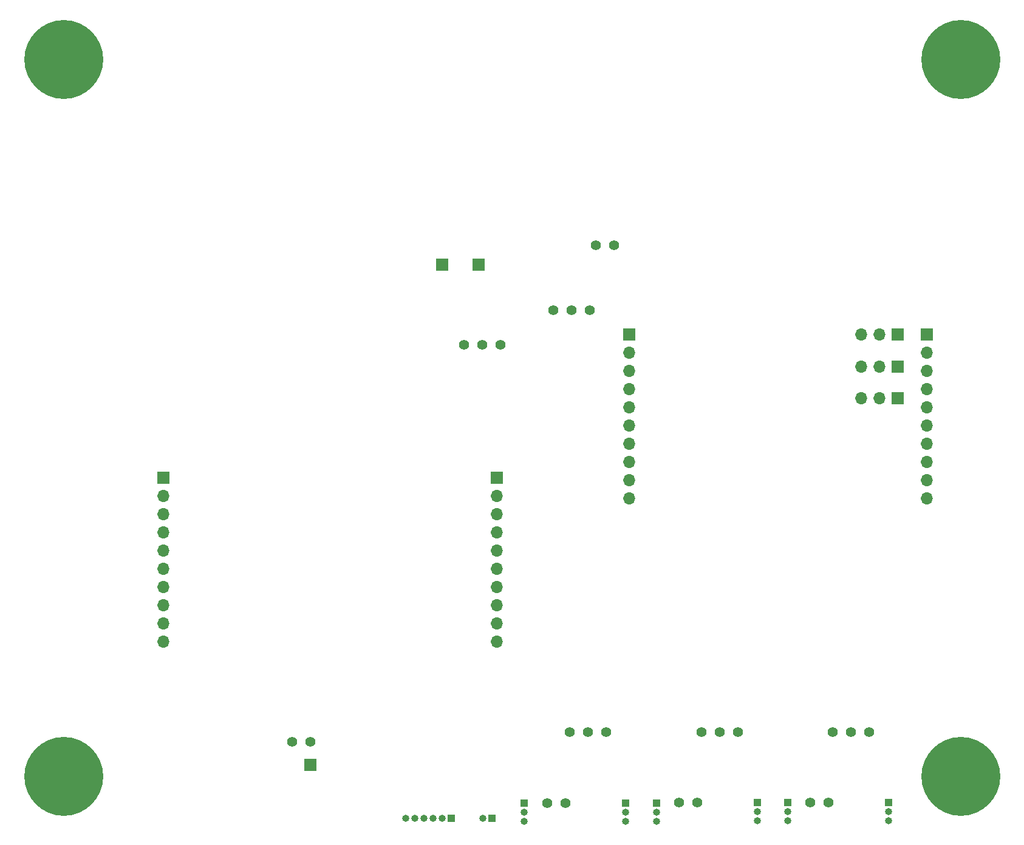
<source format=gbr>
%TF.GenerationSoftware,KiCad,Pcbnew,(5.1.10)-1*%
%TF.CreationDate,2023-07-09T15:29:34-05:00*%
%TF.ProjectId,multiplexer cell tester,6d756c74-6970-46c6-9578-65722063656c,A*%
%TF.SameCoordinates,Original*%
%TF.FileFunction,Soldermask,Bot*%
%TF.FilePolarity,Negative*%
%FSLAX46Y46*%
G04 Gerber Fmt 4.6, Leading zero omitted, Abs format (unit mm)*
G04 Created by KiCad (PCBNEW (5.1.10)-1) date 2023-07-09 15:29:34*
%MOMM*%
%LPD*%
G01*
G04 APERTURE LIST*
%ADD10C,11.000000*%
%ADD11C,1.400000*%
%ADD12R,1.700000X1.700000*%
%ADD13O,1.000000X1.000000*%
%ADD14R,1.000000X1.000000*%
%ADD15O,1.700000X1.700000*%
G04 APERTURE END LIST*
D10*
%TO.C,REF\u002A\u002A*%
X86360000Y-42240000D03*
%TD*%
%TO.C,REF\u002A\u002A*%
X211360000Y-42240000D03*
%TD*%
%TO.C,REF\u002A\u002A*%
X211360000Y-142240000D03*
%TD*%
%TO.C,REF\u002A\u002A*%
X86360000Y-142240000D03*
%TD*%
D11*
%TO.C,TP17*%
X144665700Y-82092800D03*
X147205700Y-82092800D03*
%TD*%
%TO.C,TP16*%
X144665700Y-82092800D03*
X142125700Y-82092800D03*
%TD*%
%TO.C,TP15*%
X120713500Y-137477500D03*
X118173500Y-137477500D03*
%TD*%
D12*
%TO.C,J17*%
X120713500Y-140652500D03*
%TD*%
D11*
%TO.C,TP14*%
X156897100Y-136107100D03*
X159437100Y-136107100D03*
%TD*%
%TO.C,TP13*%
X161977100Y-136107100D03*
X159437100Y-136107100D03*
%TD*%
%TO.C,TP12*%
X175274900Y-136107400D03*
X177814900Y-136107400D03*
%TD*%
%TO.C,TP11*%
X180354900Y-136107400D03*
X177814900Y-136107400D03*
%TD*%
%TO.C,TP10*%
X193514100Y-136053600D03*
X196054100Y-136053600D03*
%TD*%
%TO.C,TP9*%
X198594100Y-136053600D03*
X196054100Y-136053600D03*
%TD*%
%TO.C,TP8*%
X156273500Y-145986500D03*
X153733500Y-145986500D03*
%TD*%
%TO.C,TP7*%
X174688500Y-145923000D03*
X172148500Y-145923000D03*
%TD*%
%TO.C,TP6*%
X192976500Y-145923000D03*
X190436500Y-145923000D03*
%TD*%
%TO.C,TP5*%
X159702500Y-77216000D03*
X157162500Y-77216000D03*
%TD*%
%TO.C,TP4*%
X154622500Y-77216000D03*
X157162500Y-77216000D03*
%TD*%
D12*
%TO.C,TP3*%
X139065000Y-70866000D03*
%TD*%
%TO.C,TP2*%
X144145000Y-70866000D03*
%TD*%
D11*
%TO.C,TP1*%
X160528000Y-68199000D03*
X163068000Y-68199000D03*
%TD*%
D13*
%TO.C,J16*%
X144780000Y-148082000D03*
D14*
X146050000Y-148082000D03*
%TD*%
D13*
%TO.C,J15*%
X133985000Y-148082000D03*
X135255000Y-148082000D03*
X136525000Y-148082000D03*
X137795000Y-148082000D03*
X139065000Y-148082000D03*
D14*
X140335000Y-148082000D03*
%TD*%
D13*
%TO.C,J13*%
X164655500Y-148526500D03*
X164655500Y-147256500D03*
D14*
X164655500Y-145986500D03*
%TD*%
D13*
%TO.C,J12*%
X183070500Y-148463000D03*
X183070500Y-147193000D03*
D14*
X183070500Y-145923000D03*
%TD*%
D13*
%TO.C,J11*%
X201358500Y-148463000D03*
X201358500Y-147193000D03*
D14*
X201358500Y-145923000D03*
%TD*%
D13*
%TO.C,J10*%
X150558500Y-148526500D03*
X150558500Y-147256500D03*
D14*
X150558500Y-145986500D03*
%TD*%
D13*
%TO.C,J9*%
X168973500Y-148522400D03*
X168973500Y-147252400D03*
D14*
X168973500Y-145982400D03*
%TD*%
D13*
%TO.C,J8*%
X187261500Y-148463000D03*
X187261500Y-147193000D03*
D14*
X187261500Y-145923000D03*
%TD*%
D15*
%TO.C,J7*%
X197548500Y-80632300D03*
X200088500Y-80632300D03*
D12*
X202628500Y-80632300D03*
%TD*%
D15*
%TO.C,J6*%
X197548500Y-85077300D03*
X200088500Y-85077300D03*
D12*
X202628500Y-85077300D03*
%TD*%
D15*
%TO.C,J5*%
X197548500Y-89522300D03*
X200088500Y-89522300D03*
D12*
X202628500Y-89522300D03*
%TD*%
D15*
%TO.C,J4*%
X206666000Y-103501500D03*
X206666000Y-100961500D03*
X206666000Y-98421500D03*
X206666000Y-95881500D03*
X206666000Y-93341500D03*
X206666000Y-90801500D03*
X206666000Y-88261500D03*
X206666000Y-85721500D03*
X206666000Y-83181500D03*
D12*
X206666000Y-80641500D03*
%TD*%
D15*
%TO.C,J3*%
X165166000Y-103501500D03*
X165166000Y-100961500D03*
X165166000Y-98421500D03*
X165166000Y-95881500D03*
X165166000Y-93341500D03*
X165166000Y-90801500D03*
X165166000Y-88261500D03*
X165166000Y-85721500D03*
X165166000Y-83181500D03*
D12*
X165166000Y-80641500D03*
%TD*%
D15*
%TO.C,J2*%
X146718200Y-123498600D03*
X146718200Y-120958600D03*
X146718200Y-118418600D03*
X146718200Y-115878600D03*
X146718200Y-113338600D03*
X146718200Y-110798600D03*
X146718200Y-108258600D03*
X146718200Y-105718600D03*
X146718200Y-103178600D03*
D12*
X146718200Y-100638600D03*
%TD*%
D15*
%TO.C,J1*%
X100218200Y-123498600D03*
X100218200Y-120958600D03*
X100218200Y-118418600D03*
X100218200Y-115878600D03*
X100218200Y-113338600D03*
X100218200Y-110798600D03*
X100218200Y-108258600D03*
X100218200Y-105718600D03*
X100218200Y-103178600D03*
D12*
X100218200Y-100638600D03*
%TD*%
M02*

</source>
